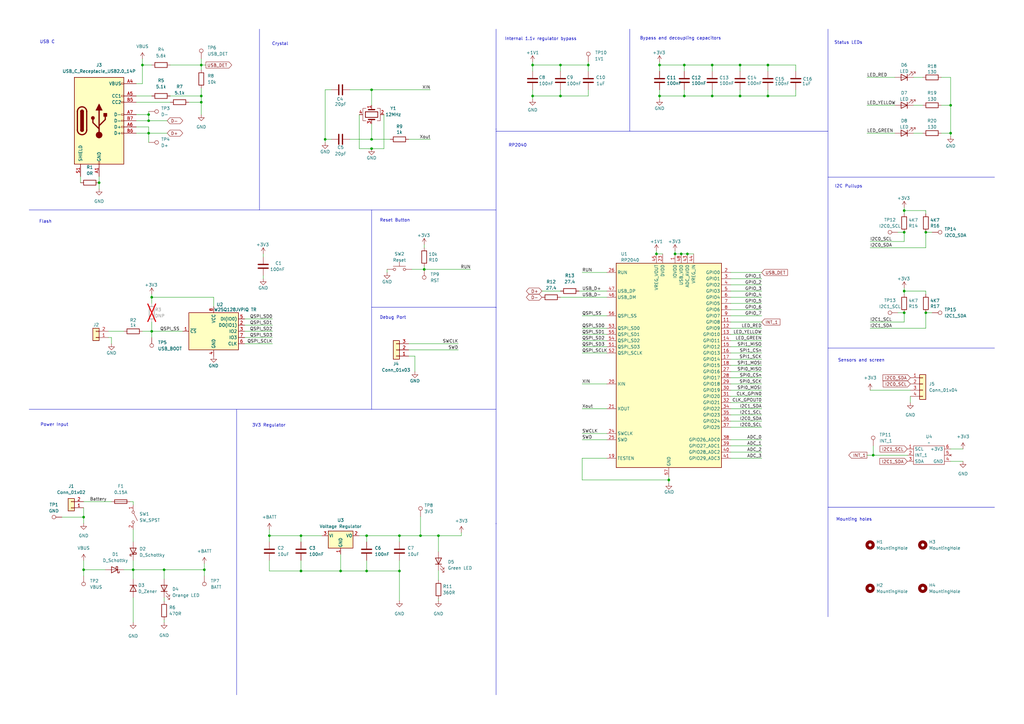
<source format=kicad_sch>
(kicad_sch (version 20231120) (generator "eeschema") (generator_version "8.0")
  (paper "A3")
  (title_block (title "Avionics Tutorial Example Board") (date "2024-04-12") (rev "B") (company "UC Aerospace") (comment 4 "Drawn by Grayson Fenemor"))
  (junction (at 172.466 219.71))
  (junction (at 83.82 233.68))
  (junction (at 270.51 39.37))
  (junction (at 60.96 46.99))
  (junction (at 274.32 196.85))
  (junction (at 379.73 128.27))
  (junction (at 241.3 26.67))
  (junction (at 40.64 74.93))
  (junction (at 110.49 219.71))
  (junction (at 123.444 219.71))
  (junction (at 54.61 233.68))
  (junction (at 218.44 26.67))
  (junction (at 229.87 39.37))
  (junction (at 123.444 234.188))
  (junction (at 34.29 212.09))
  (junction (at 379.73 95.25))
  (junction (at 370.84 86.36))
  (junction (at 133.35 57.15))
  (junction (at 314.96 39.37))
  (junction (at 58.42 26.67))
  (junction (at 314.96 26.67))
  (junction (at 292.1 39.37))
  (junction (at 218.44 39.37))
  (junction (at 370.84 95.25))
  (junction (at 270.51 26.67))
  (junction (at 292.1 26.67))
  (junction (at 163.83 234.188))
  (junction (at 152.4 57.15))
  (junction (at 280.67 26.67))
  (junction (at 163.83 219.71))
  (junction (at 62.23 135.89))
  (junction (at 82.55 39.37))
  (junction (at 62.23 121.92))
  (junction (at 60.96 49.53))
  (junction (at 34.29 233.68))
  (junction (at 280.67 39.37))
  (junction (at 152.4 36.83))
  (junction (at 303.53 39.37))
  (junction (at 303.53 26.67))
  (junction (at 179.832 219.71))
  (junction (at 152.4 60.96))
  (junction (at 389.89 54.61))
  (junction (at 389.89 43.18))
  (junction (at 82.55 41.91))
  (junction (at 139.7 234.188))
  (junction (at 370.84 119.38))
  (junction (at 173.99 110.49))
  (junction (at 269.24 104.14))
  (junction (at 150.368 219.71))
  (junction (at 82.55 26.67))
  (junction (at 281.94 104.14))
  (junction (at 279.4 104.14))
  (junction (at 60.96 54.61))
  (junction (at 370.84 128.27))
  (junction (at 358.14 186.69))
  (junction (at 150.368 234.188))
  (junction (at 229.87 26.67))
  (junction (at 67.31 233.68))
  (junction (at 276.86 104.14))
  (wire (pts (xy 238.76 157.48) (xy 248.92 157.48)))
  (polyline (pts (xy 152.4 86.106) (xy 152.4 167.894)))
  (wire (pts (xy 123.444 234.188) (xy 139.7 234.188)))
  (wire (pts (xy 139.7 234.188) (xy 150.368 234.188)))
  (polyline (pts (xy 11.938 167.894) (xy 152.4 167.894)))
  (wire (pts (xy 229.87 26.67) (xy 229.87 29.21)))
  (wire (pts (xy 299.72 182.88) (xy 312.42 182.88)))
  (wire (pts (xy 299.72 144.78) (xy 312.42 144.78)))
  (wire (pts (xy 163.83 219.71) (xy 172.466 219.71)))
  (polyline (pts (xy 203.454 52.832) (xy 203.454 53.848)))
  (wire (pts (xy 152.4 60.96) (xy 157.48 60.96)))
  (wire (pts (xy 299.72 157.48) (xy 312.42 157.48)))
  (wire (pts (xy 292.1 39.37) (xy 303.53 39.37)))
  (wire (pts (xy 379.73 128.27) (xy 379.73 134.62)))
  (wire (pts (xy 270.51 26.67) (xy 270.51 29.21)))
  (wire (pts (xy 152.4 50.8) (xy 152.4 57.15)))
  (wire (pts (xy 67.31 233.68) (xy 67.31 237.49)))
  (wire (pts (xy 368.3 128.27) (xy 370.84 128.27)))
  (wire (pts (xy 133.35 57.15) (xy 133.35 58.42)))
  (wire (pts (xy 292.1 26.67) (xy 280.67 26.67)))
  (wire (pts (xy 299.72 111.76) (xy 312.42 111.76)))
  (wire (pts (xy 269.24 104.14) (xy 271.78 104.14)))
  (wire (pts (xy 356.87 134.62) (xy 379.73 134.62)))
  (wire (pts (xy 82.55 41.91) (xy 82.55 46.99)))
  (wire (pts (xy 34.29 205.74) (xy 45.72 205.74)))
  (polyline (pts (xy 339.598 72.644) (xy 407.924 72.644)))
  (wire (pts (xy 111.76 130.81) (xy 100.33 130.81)))
  (wire (pts (xy 110.49 229.87) (xy 110.49 234.188)))
  (wire (pts (xy 123.444 219.71) (xy 132.08 219.71)))
  (wire (pts (xy 368.3 95.25) (xy 370.84 95.25)))
  (wire (pts (xy 111.76 133.35) (xy 100.33 133.35)))
  (wire (pts (xy 299.72 162.56) (xy 312.42 162.56)))
  (wire (pts (xy 270.51 25.4) (xy 270.51 26.67)))
  (wire (pts (xy 147.32 219.71) (xy 150.368 219.71)))
  (wire (pts (xy 355.6 43.18) (xy 367.03 43.18)))
  (wire (pts (xy 299.72 185.42) (xy 312.42 185.42)))
  (wire (pts (xy 163.83 222.25) (xy 163.83 219.71)))
  (wire (pts (xy 299.72 137.16) (xy 312.42 137.16)))
  (wire (pts (xy 229.87 26.67) (xy 241.3 26.67)))
  (wire (pts (xy 60.96 49.53) (xy 55.88 49.53)))
  (wire (pts (xy 58.42 34.29) (xy 55.88 34.29)))
  (wire (pts (xy 167.64 143.51) (xy 187.96 143.51)))
  (wire (pts (xy 150.368 219.71) (xy 163.83 219.71)))
  (polyline (pts (xy 203.454 11.938) (xy 203.454 53.086)))
  (wire (pts (xy 50.8 233.68) (xy 54.61 233.68)))
  (wire (pts (xy 374.65 43.18) (xy 378.46 43.18)))
  (wire (pts (xy 314.96 39.37) (xy 326.39 39.37)))
  (wire (pts (xy 299.72 165.1) (xy 312.42 165.1)))
  (wire (pts (xy 133.35 36.83) (xy 133.35 57.15)))
  (wire (pts (xy 158.75 111.76) (xy 158.75 110.49)))
  (wire (pts (xy 299.72 160.02) (xy 312.42 160.02)))
  (wire (pts (xy 54.61 233.68) (xy 67.31 233.68)))
  (polyline (pts (xy 203.454 214.63) (xy 203.454 284.988)))
  (wire (pts (xy 299.72 175.26) (xy 312.42 175.26)))
  (wire (pts (xy 168.91 110.49) (xy 173.99 110.49)))
  (wire (pts (xy 238.76 111.76) (xy 248.92 111.76)))
  (wire (pts (xy 172.466 219.71) (xy 179.832 219.71)))
  (wire (pts (xy 53.34 205.74) (xy 54.61 205.74)))
  (wire (pts (xy 34.29 208.28) (xy 34.29 212.09)))
  (wire (pts (xy 299.72 116.84) (xy 312.42 116.84)))
  (polyline (pts (xy 152.4 167.894) (xy 203.454 167.894)))
  (wire (pts (xy 394.97 189.23) (xy 389.89 189.23)))
  (wire (pts (xy 67.31 245.11) (xy 67.31 246.634)))
  (wire (pts (xy 379.73 128.27) (xy 382.27 128.27)))
  (wire (pts (xy 314.96 36.83) (xy 314.96 39.37)))
  (wire (pts (xy 299.72 142.24) (xy 312.42 142.24)))
  (wire (pts (xy 379.73 86.36) (xy 370.84 86.36)))
  (wire (pts (xy 326.39 36.83) (xy 326.39 39.37)))
  (wire (pts (xy 280.67 26.67) (xy 280.67 29.21)))
  (wire (pts (xy 355.6 31.75) (xy 367.03 31.75)))
  (wire (pts (xy 152.4 57.15) (xy 160.02 57.15)))
  (wire (pts (xy 34.29 233.68) (xy 43.18 233.68)))
  (wire (pts (xy 379.73 86.36) (xy 379.73 87.63)))
  (wire (pts (xy 276.86 104.14) (xy 279.4 104.14)))
  (wire (pts (xy 150.368 222.25) (xy 150.368 219.71)))
  (wire (pts (xy 355.6 186.69) (xy 358.14 186.69)))
  (wire (pts (xy 44.45 135.89) (xy 50.8 135.89)))
  (wire (pts (xy 55.88 46.99) (xy 60.96 46.99)))
  (wire (pts (xy 379.73 119.38) (xy 379.73 120.65)))
  (wire (pts (xy 111.76 135.89) (xy 100.33 135.89)))
  (wire (pts (xy 229.87 36.83) (xy 229.87 39.37)))
  (wire (pts (xy 358.14 182.88) (xy 358.14 186.69)))
  (wire (pts (xy 157.48 46.99) (xy 157.48 60.96)))
  (wire (pts (xy 299.72 134.62) (xy 312.42 134.62)))
  (polyline (pts (xy 258.318 11.938) (xy 258.318 53.848)))
  (wire (pts (xy 274.32 198.12) (xy 274.32 196.85)))
  (wire (pts (xy 218.44 36.83) (xy 218.44 39.37)))
  (polyline (pts (xy 339.598 53.848) (xy 203.454 53.848)))
  (wire (pts (xy 299.72 152.4) (xy 312.42 152.4)))
  (wire (pts (xy 280.67 39.37) (xy 292.1 39.37)))
  (wire (pts (xy 54.61 229.87) (xy 54.61 233.68)))
  (wire (pts (xy 229.87 39.37) (xy 241.3 39.37)))
  (wire (pts (xy 303.53 36.83) (xy 303.53 39.37)))
  (wire (pts (xy 167.64 140.97) (xy 187.96 140.97)))
  (wire (pts (xy 133.35 36.83) (xy 135.89 36.83)))
  (polyline (pts (xy 339.598 11.938) (xy 339.598 252.984)))
  (wire (pts (xy 386.08 54.61) (xy 389.89 54.61)))
  (wire (pts (xy 58.42 24.13) (xy 58.42 26.67)))
  (polyline (pts (xy 106.426 11.938) (xy 106.426 86.106)))
  (polyline (pts (xy 203.454 125.984) (xy 203.454 126.238)))
  (wire (pts (xy 87.63 125.73) (xy 87.63 121.92)))
  (wire (pts (xy 62.23 121.92) (xy 87.63 121.92)))
  (wire (pts (xy 133.35 57.15) (xy 135.89 57.15)))
  (wire (pts (xy 238.76 139.7) (xy 248.92 139.7)))
  (wire (pts (xy 356.87 160.02) (xy 373.38 160.02)))
  (wire (pts (xy 389.89 31.75) (xy 389.89 43.18)))
  (wire (pts (xy 241.3 26.67) (xy 241.3 29.21)))
  (wire (pts (xy 241.3 39.37) (xy 241.3 36.83)))
  (wire (pts (xy 173.99 110.49) (xy 193.04 110.49)))
  (wire (pts (xy 83.82 233.68) (xy 83.82 231.14)))
  (wire (pts (xy 58.42 135.89) (xy 62.23 135.89)))
  (wire (pts (xy 281.94 104.14) (xy 284.48 104.14)))
  (wire (pts (xy 218.44 26.67) (xy 218.44 29.21)))
  (wire (pts (xy 60.96 49.53) (xy 68.58 49.53)))
  (wire (pts (xy 82.55 36.195) (xy 82.55 39.37)))
  (wire (pts (xy 111.76 138.43) (xy 100.33 138.43)))
  (wire (pts (xy 238.76 167.64) (xy 248.92 167.64)))
  (wire (pts (xy 299.72 149.86) (xy 312.42 149.86)))
  (wire (pts (xy 77.47 41.91) (xy 82.55 41.91)))
  (wire (pts (xy 60.96 46.99) (xy 60.96 49.53)))
  (wire (pts (xy 280.67 36.83) (xy 280.67 39.37)))
  (wire (pts (xy 326.39 26.67) (xy 326.39 29.21)))
  (wire (pts (xy 370.84 86.36) (xy 370.84 87.63)))
  (wire (pts (xy 379.73 95.25) (xy 379.73 101.6)))
  (wire (pts (xy 370.84 85.09) (xy 370.84 86.36)))
  (wire (pts (xy 218.44 39.37) (xy 229.87 39.37)))
  (wire (pts (xy 299.72 172.72) (xy 312.42 172.72)))
  (wire (pts (xy 238.76 142.24) (xy 248.92 142.24)))
  (wire (pts (xy 241.3 25.4) (xy 241.3 26.67)))
  (wire (pts (xy 238.76 177.8) (xy 248.92 177.8)))
  (wire (pts (xy 270.51 26.67) (xy 280.67 26.67)))
  (wire (pts (xy 152.4 36.83) (xy 152.4 43.18)))
  (wire (pts (xy 238.76 187.96) (xy 248.92 187.96)))
  (wire (pts (xy 150.368 234.188) (xy 163.83 234.188)))
  (wire (pts (xy 123.444 222.25) (xy 123.444 219.71)))
  (wire (pts (xy 34.29 229.87) (xy 34.29 233.68)))
  (wire (pts (xy 152.4 36.83) (xy 176.53 36.83)))
  (wire (pts (xy 179.832 219.71) (xy 189.23 219.71)))
  (wire (pts (xy 299.72 124.46) (xy 312.42 124.46)))
  (wire (pts (xy 303.53 26.67) (xy 303.53 29.21)))
  (wire (pts (xy 237.49 119.38) (xy 248.92 119.38)))
  (wire (pts (xy 276.86 102.87) (xy 276.86 104.14)))
  (wire (pts (xy 274.32 196.85) (xy 274.32 195.58)))
  (wire (pts (xy 69.85 26.67) (xy 82.55 26.67)))
  (wire (pts (xy 147.32 46.99) (xy 147.32 60.96)))
  (wire (pts (xy 60.96 54.61) (xy 68.58 54.61)))
  (polyline (pts (xy 11.938 86.106) (xy 203.454 86.106)))
  (wire (pts (xy 60.96 45.72) (xy 60.96 46.99)))
  (wire (pts (xy 238.76 134.62) (xy 248.92 134.62)))
  (wire (pts (xy 173.99 100.33) (xy 173.99 101.6)))
  (polyline (pts (xy 339.598 142.748) (xy 407.924 142.748)))
  (wire (pts (xy 299.72 180.34) (xy 312.42 180.34)))
  (wire (pts (xy 34.29 212.09) (xy 34.29 214.63)))
  (wire (pts (xy 34.29 236.22) (xy 34.29 233.68)))
  (wire (pts (xy 229.87 121.92) (xy 248.92 121.92)))
  (wire (pts (xy 218.44 25.4) (xy 218.44 26.67)))
  (wire (pts (xy 222.25 119.38) (xy 229.87 119.38)))
  (wire (pts (xy 218.44 40.64) (xy 218.44 39.37)))
  (wire (pts (xy 33.02 72.39) (xy 33.02 74.93)))
  (wire (pts (xy 82.55 26.67) (xy 82.55 28.575)))
  (wire (pts (xy 107.95 114.3) (xy 107.95 113.03)))
  (wire (pts (xy 389.89 184.15) (xy 394.97 184.15)))
  (wire (pts (xy 54.61 233.68) (xy 54.61 237.49)))
  (wire (pts (xy 60.96 58.42) (xy 60.96 54.61)))
  (wire (pts (xy 355.6 54.61) (xy 367.03 54.61)))
  (polyline (pts (xy 152.4 125.984) (xy 203.454 125.984)))
  (wire (pts (xy 54.61 205.74) (xy 54.61 207.01)))
  (wire (pts (xy 299.72 114.3) (xy 312.42 114.3)))
  (wire (pts (xy 299.72 119.38) (xy 312.42 119.38)))
  (wire (pts (xy 269.24 102.87) (xy 269.24 104.14)))
  (wire (pts (xy 54.61 217.17) (xy 54.61 222.25)))
  (wire (pts (xy 150.368 229.87) (xy 150.368 234.188)))
  (wire (pts (xy 55.88 41.91) (xy 69.85 41.91)))
  (wire (pts (xy 107.95 104.14) (xy 107.95 105.41)))
  (wire (pts (xy 238.76 187.96) (xy 238.76 196.85)))
  (wire (pts (xy 292.1 26.67) (xy 292.1 29.21)))
  (wire (pts (xy 314.96 26.67) (xy 314.96 29.21)))
  (wire (pts (xy 373.38 165.1) (xy 373.38 162.56)))
  (wire (pts (xy 172.466 211.836) (xy 172.466 219.71)))
  (wire (pts (xy 326.39 26.67) (xy 314.96 26.67)))
  (wire (pts (xy 370.84 95.25) (xy 370.84 99.06)))
  (wire (pts (xy 179.832 219.71) (xy 179.832 226.314)))
  (wire (pts (xy 238.76 196.85) (xy 274.32 196.85)))
  (wire (pts (xy 170.18 146.05) (xy 170.18 152.4)))
  (wire (pts (xy 62.23 135.89) (xy 62.23 138.43)))
  (wire (pts (xy 139.7 227.33) (xy 139.7 234.188)))
  (wire (pts (xy 83.82 236.22) (xy 83.82 233.68)))
  (wire (pts (xy 299.72 121.92) (xy 312.42 121.92)))
  (wire (pts (xy 303.53 26.67) (xy 292.1 26.67)))
  (wire (pts (xy 58.42 26.67) (xy 62.23 26.67)))
  (wire (pts (xy 314.96 26.67) (xy 303.53 26.67)))
  (wire (pts (xy 299.72 139.7) (xy 312.42 139.7)))
  (wire (pts (xy 292.1 36.83) (xy 292.1 39.37)))
  (wire (pts (xy 374.65 54.61) (xy 378.46 54.61)))
  (wire (pts (xy 44.45 138.43) (xy 45.72 138.43)))
  (wire (pts (xy 60.96 54.61) (xy 55.88 54.61)))
  (wire (pts (xy 238.76 129.54) (xy 248.92 129.54)))
  (wire (pts (xy 389.89 31.75) (xy 386.08 31.75)))
  (wire (pts (xy 173.99 109.22) (xy 173.99 110.49)))
  (wire (pts (xy 179.832 245.618) (xy 179.832 246.38)))
  (wire (pts (xy 238.76 144.78) (xy 248.92 144.78)))
  (wire (pts (xy 299.72 127) (xy 312.42 127)))
  (polyline (pts (xy 203.454 53.848) (xy 203.454 214.884)))
  (wire (pts (xy 270.51 39.37) (xy 270.51 36.83)))
  (wire (pts (xy 179.832 233.934) (xy 179.832 237.998)))
  (wire (pts (xy 58.42 26.67) (xy 58.42 34.29)))
  (wire (pts (xy 111.76 140.97) (xy 100.33 140.97)))
  (wire (pts (xy 389.89 43.18) (xy 389.89 54.61)))
  (wire (pts (xy 62.23 120.65) (xy 62.23 121.92)))
  (wire (pts (xy 110.49 219.71) (xy 123.444 219.71)))
  (wire (pts (xy 379.73 119.38) (xy 370.84 119.38)))
  (wire (pts (xy 110.49 234.188) (xy 123.444 234.188)))
  (wire (pts (xy 40.64 74.93) (xy 40.64 72.39)))
  (wire (pts (xy 60.96 52.07) (xy 60.96 54.61)))
  (wire (pts (xy 312.42 132.08) (xy 299.72 132.08)))
  (wire (pts (xy 67.31 254.254) (xy 67.31 255.27)))
  (wire (pts (xy 143.51 36.83) (xy 152.4 36.83)))
  (wire (pts (xy 279.4 104.14) (xy 281.94 104.14)))
  (wire (pts (xy 238.76 180.34) (xy 248.92 180.34)))
  (wire (pts (xy 299.72 170.18) (xy 312.42 170.18)))
  (wire (pts (xy 69.85 39.37) (xy 82.55 39.37)))
  (wire (pts (xy 54.61 245.11) (xy 54.61 255.27)))
  (wire (pts (xy 386.08 43.18) (xy 389.89 43.18)))
  (wire (pts (xy 370.84 118.11) (xy 370.84 119.38)))
  (wire (pts (xy 82.55 24.13) (xy 82.55 26.67)))
  (wire (pts (xy 370.84 132.08) (xy 370.84 128.27)))
  (wire (pts (xy 299.72 167.64) (xy 312.42 167.64)))
  (wire (pts (xy 163.83 229.87) (xy 163.83 234.188)))
  (wire (pts (xy 270.51 40.64) (xy 270.51 39.37)))
  (wire (pts (xy 147.32 60.96) (xy 152.4 60.96)))
  (wire (pts (xy 170.18 146.05) (xy 167.64 146.05)))
  (polyline (pts (xy 339.598 208.026) (xy 407.924 208.026)))
  (wire (pts (xy 189.23 219.71) (xy 189.23 218.44)))
  (wire (pts (xy 82.55 39.37) (xy 82.55 41.91)))
  (wire (pts (xy 110.49 217.17) (xy 110.49 219.71)))
  (wire (pts (xy 299.72 154.94) (xy 312.42 154.94)))
  (wire (pts (xy 62.23 121.92) (xy 62.23 124.46)))
  (wire (pts (xy 229.87 26.67) (xy 218.44 26.67)))
  (wire (pts (xy 370.84 132.08) (xy 356.87 132.08)))
  (wire (pts (xy 379.73 95.25) (xy 382.27 95.25)))
  (wire (pts (xy 62.23 132.08) (xy 62.23 135.89)))
  (wire (pts (xy 62.23 135.89) (xy 74.93 135.89)))
  (wire (pts (xy 303.53 39.37) (xy 314.96 39.37)))
  (wire (pts (xy 299.72 129.54) (xy 312.42 129.54)))
  (wire (pts (xy 374.65 31.75) (xy 378.46 31.75)))
  (wire (pts (xy 25.4 212.09) (xy 34.29 212.09)))
  (wire (pts (xy 167.64 57.15) (xy 176.53 57.15)))
  (wire (pts (xy 110.49 219.71) (xy 110.49 222.25)))
  (wire (pts (xy 358.14 186.69) (xy 372.11 186.69)))
  (wire (pts (xy 163.83 234.188) (xy 163.83 246.38)))
  (wire (pts (xy 389.89 55.88) (xy 389.89 54.61)))
  (wire (pts (xy 82.55 26.67) (xy 84.455 26.67)))
  (polyline (pts (xy 97.028 167.894) (xy 97.028 284.988)))
  (wire (pts (xy 370.84 99.06) (xy 356.87 99.06)))
  (wire (pts (xy 299.72 187.96) (xy 312.42 187.96)))
  (wire (pts (xy 67.31 233.68) (xy 83.82 233.68)))
  (wire (pts (xy 40.64 77.47) (xy 40.64 74.93)))
  (wire (pts (xy 356.87 101.6) (xy 379.73 101.6)))
  (wire (pts (xy 143.51 57.15) (xy 152.4 57.15)))
  (wire (pts (xy 238.76 137.16) (xy 248.92 137.16)))
  (wire (pts (xy 299.72 147.32) (xy 312.42 147.32)))
  (wire (pts (xy 55.88 52.07) (xy 60.96 52.07)))
  (wire (pts (xy 55.88 39.37) (xy 62.23 39.37)))
  (wire (pts (xy 45.72 138.43) (xy 45.72 140.97)))
  (wire (pts (xy 123.444 229.87) (xy 123.444 234.188)))
  (wire (pts (xy 370.84 119.38) (xy 370.84 120.65)))
  (wire (pts (xy 270.51 39.37) (xy 280.67 39.37)))
  (text "Sensors and screen" (at 343.662 148.59 0) (effects (font (size 1.27 1.27)) (justify left bottom)))
  (text "Debug Port" (at 155.702 131.064 0) (effects (font (size 1.27 1.27)) (justify left bottom)))
  (text "Mounting holes" (at 342.9 213.868 0) (effects (font (size 1.27 1.27)) (justify left bottom)))
  (text "Power Input" (at 16.51 175.006 0) (effects (font (size 1.27 1.27)) (justify left bottom)))
  (text "Crystal" (at 111.506 18.796 0) (effects (font (size 1.27 1.27)) (justify left bottom)))
  (text "I2C Pullups" (at 342.392 77.216 0) (effects (font (size 1.27 1.27)) (justify left bottom)))
  (text "Internal 1.1v regulator bypass" (at 207.01 16.764 0) (effects (font (size 1.27 1.27)) (justify left bottom)))
  (text "RP2040" (at 208.534 60.452 0) (effects (font (size 1.27 1.27)) (justify left bottom)))
  (text "3V3 Regulator" (at 103.378 175.26 0) (effects (font (size 1.27 1.27)) (justify left bottom)))
  (text "Flash" (at 16.002 91.694 0) (effects (font (size 1.27 1.27)) (justify left bottom)))
  (text "USB C" (at 16.256 18.034 0) (effects (font (size 1.27 1.27)) (justify left bottom)))
  (text "Status LEDs" (at 342.138 18.288 0) (effects (font (size 1.27 1.27)) (justify left bottom)))
  (text "Reset Button" (at 155.702 91.186 0) (effects (font (size 1.27 1.27)) (justify left bottom)))
  (text "Bypass and decoupling capacitors" (at 262.382 16.51 0) (effects (font (size 1.27 1.27)) (justify left bottom)))
  (label "ADC_2" (at 312.42 185.42 180))
  (label "SPI1_CSn" (at 312.42 144.78 180))
  (label "QSPI_SD0" (at 111.76 130.81 180))
  (label "GPIO_5" (at 312.42 124.46 180))
  (label "SWD" (at 238.76 180.34 0))
  (label "LED_RED" (at 312.42 134.62 180))
  (label "ADC_1" (at 312.42 182.88 180))
  (label "RUN" (at 238.76 111.76 0))
  (label "SWCLK" (at 187.96 140.97 180))
  (label "QSPI_SD3" (at 111.76 138.43 180))
  (label "QSPI_SD2" (at 238.76 139.7 0))
  (label "LED_YELLOW" (at 355.6 43.18 0))
  (label "GPIO_4" (at 312.42 121.92 180))
  (label "Battery" (at 36.83 205.74 0))
  (label "USB_D+" (at 238.76 119.38 0))
  (label "QSPI_SS" (at 238.76 129.54 0))
  (label "I2C0_SDA" (at 356.87 101.6 0))
  (label "GPIO_1" (at 312.42 114.3 180))
  (label "SWD" (at 187.96 143.51 180))
  (label "ADC_3" (at 312.42 187.96 180))
  (label "I2C1_SCL" (at 356.87 132.08 0))
  (label "I2C1_SCL" (at 312.42 170.18 180))
  (label "QSPI_SCLK" (at 111.76 140.97 180))
  (label "GPIO_7" (at 312.42 129.54 180))
  (label "QSPI_SCLK" (at 238.76 144.78 0))
  (label "LED_YELLOW" (at 312.42 137.16 180))
  (label "QSPI_SD1" (at 111.76 133.35 180))
  (label "I2C1_SDA" (at 312.42 167.64 180))
  (label "SWCLK" (at 238.76 177.8 0))
  (label "Xout" (at 238.76 167.64 0))
  (label "LED_GREEN" (at 355.6 54.61 0))
  (label "QSPI_SD2" (at 111.76 135.89 180))
  (label "I2C0_SCL" (at 356.87 99.06 0))
  (label "XIN" (at 238.76 157.48 0))
  (label "XIN" (at 176.53 36.83 180))
  (label "SPI1_SCK" (at 312.42 147.32 180))
  (label "SPI0_SCK" (at 312.42 157.48 180))
  (label "QSPI_SD1" (at 238.76 137.16 0))
  (label "I2C0_SDA" (at 312.42 172.72 180))
  (label "GPIO_3" (at 312.42 119.38 180))
  (label "I2C0_SCL" (at 312.42 175.26 180))
  (label "Xout" (at 176.53 57.15 180))
  (label "SPI0_MOSI" (at 312.42 160.02 180))
  (label "USB_D-" (at 238.76 121.92 0))
  (label "LED_RED" (at 355.6 31.75 0))
  (label "QSPI_SD0" (at 238.76 134.62 0))
  (label "SPI1_MISO" (at 312.42 142.24 180))
  (label "GPIO_2" (at 312.42 116.84 180))
  (label "SPI0_CSn" (at 312.42 154.94 180))
  (label "CLK_GPOUT0" (at 312.42 165.1 180))
  (label "CLK_GPIN0" (at 312.42 162.56 180))
  (label "SPI1_MOSI" (at 312.42 149.86 180))
  (label "I2C1_SDA" (at 356.87 134.62 0))
  (label "QSPI_SS" (at 73.66 135.89 180))
  (label "LED_GREEN" (at 312.42 139.7 180))
  (label "RUN" (at 193.04 110.49 180))
  (label "ADC_0" (at 312.42 180.34 180))
  (label "QSPI_SD3" (at 238.76 142.24 0))
  (label "SPI0_MISO" (at 312.42 152.4 180))
  (label "GPIO_6" (at 312.42 127 180))
  (global_label "USB_DET" (shape output) (at 84.455 26.67 0) (property "Intersheetrefs" "${INTERSHEET_REFS}" (effects (hide yes))))
  (global_label "D-" (shape bidirectional) (at 222.25 121.92 180) (property "Intersheetrefs" "${INTERSHEET_REFS}" (effects (hide yes))))
  (global_label "D-" (shape bidirectional) (at 68.58 49.53 0) (property "Intersheetrefs" "${INTERSHEET_REFS}" (effects (hide yes))))
  (global_label "I2C1_SCL" (shape input) (at 372.11 184.15 180) (property "Intersheetrefs" "${INTERSHEET_REFS}" (effects (hide yes))))
  (global_label "USB_DET" (shape input) (at 312.42 111.76 0) (property "Intersheetrefs" "${INTERSHEET_REFS}" (effects (hide yes))))
  (global_label "D+" (shape bidirectional) (at 68.58 54.61 0) (property "Intersheetrefs" "${INTERSHEET_REFS}" (effects (hide yes))))
  (global_label "INT_1" (shape input) (at 312.42 132.08 0) (property "Intersheetrefs" "${INTERSHEET_REFS}" (effects (hide yes))))
  (global_label "I2C0_SDA" (shape input) (at 373.38 154.94 180) (property "Intersheetrefs" "${INTERSHEET_REFS}" (effects (hide yes))))
  (global_label "INT_1" (shape output) (at 355.6 186.69 180) (property "Intersheetrefs" "${INTERSHEET_REFS}" (effects (hide yes))))
  (global_label "I2C1_SDA" (shape input) (at 372.11 189.23 180) (property "Intersheetrefs" "${INTERSHEET_REFS}" (effects (hide yes))))
  (global_label "D+" (shape bidirectional) (at 222.25 119.38 180) (property "Intersheetrefs" "${INTERSHEET_REFS}" (effects (hide yes))))
  (global_label "I2C0_SCL" (shape input) (at 373.38 157.48 180) (property "Intersheetrefs" "${INTERSHEET_REFS}" (effects (hide yes))))
  (symbol (lib_id "Device:LED") (at 370.84 54.61 180) (unit 1)
    (property "Reference" "D8" (at 370.84 49.53 0))
    (property "Value" "LED" (at 370.84 52.07 0))
    (property "Footprint" "LED_SMD:LED_0402_1005Metric_Pad0.77x0.64mm_HandSolder" (effects (hide yes)))
    (property "Datasheet" "https://www.we-online.com/components/products/datasheet/150040VS73240.pdf" (effects (hide yes)))
    (property "MPN" "150040VS73240" (effects (hide yes)))
  )
  (symbol (lib_id "power:GND") (at 163.83 246.38 0) (mirror y) (unit 1)
    (property "Reference" "#PWR018" (effects (hide yes)))
    (property "Value" "GND" (at 163.83 251.714 0))
  )
  (symbol (lib_id "power:GND") (at 179.832 246.38 0) (mirror y) (unit 1)
    (property "Reference" "#PWR021" (effects (hide yes)))
    (property "Value" "GND" (at 179.832 251.714 0))
  )
  (symbol (lib_id "Mechanical:MountingHole") (at 356.87 223.52 0) (unit 1)
    (property "Reference" "H1" (at 359.41 222.2499 0) (effects (justify left)))
    (property "Value" "MountingHole" (at 359.41 224.7899 0) (effects (justify left)))
    (property "Footprint" "MountingHole:MountingHole_3.2mm_M3" (effects (hide yes)))
    (property "Description" "Mounting Hole without connection" (effects (hide yes)))
  )
  (symbol (lib_id "Device:R") (at 36.83 74.93 90) (unit 1)
    (property "Reference" "R1" (at 36.83 68.58 90))
    (property "Value" "0R" (at 36.83 71.12 90))
    (property "Footprint" "Resistor_SMD:R_0805_2012Metric_Pad1.20x1.40mm_HandSolder" (effects (hide yes)))
    (property "Description" "Resistor" (effects (hide yes)))
  )
  (symbol (lib_id "power:+BATT") (at 110.49 217.17 0) (unit 1)
    (property "Reference" "#PWR014" (effects (hide yes)))
    (property "Value" "+BATT" (at 110.49 212.09 0))
    (property "Description" "Power symbol creates a global label with name \"+BATT\"" (effects (hide yes)))
  )
  (symbol (lib_id "Device:R") (at 54.61 135.89 90) (unit 1)
    (property "Reference" "R2" (at 54.61 131.318 90))
    (property "Value" "1k" (at 54.61 133.35 90))
    (property "Footprint" "Resistor_SMD:R_0805_2012Metric_Pad1.20x1.40mm_HandSolder" (effects (hide yes)))
    (property "Datasheet" "https://www.seielect.com/Catalog/SEI-RMCF_RMCP.pdf" (effects (hide yes)))
    (property "MPN" "RMCF0603FT1K00" (effects (hide yes)))
  )
  (symbol (lib_id "Power_Symbols:+3V3_A") (at 276.86 102.87 0) (unit 1)
    (property "Reference" "#PWR029" (effects (hide yes)))
    (property "Value" "+3V3" (at 276.606 99.06 0))
  )
  (symbol (lib_id "Connector_Generic:Conn_01x03") (at 162.56 143.51 180) (unit 1)
    (property "Reference" "J4" (at 162.433 149.225 0))
    (property "Value" "Conn_01x03" (at 162.433 151.765 0))
    (property "Footprint" "Connector_PinSocket_2.54mm:PinSocket_1x03_P2.54mm_Vertical" (effects (hide yes)))
  )
  (symbol (lib_id "Connector:TestPoint") (at 34.29 236.22 180) (unit 1)
    (property "Reference" "TP2" (at 36.83 238.2519 0) (effects (justify right)))
    (property "Value" "VBUS" (at 36.83 240.7919 0) (effects (justify right)))
    (property "Footprint" "TestPoint:TestPoint_Pad_1.0x1.0mm" (effects (hide yes)))
    (property "Datasheet" "https://cdn.harwin.com/pdfs/Harwin_PC_PCB_Hardware.pdf" (effects (hide yes)))
    (property "MPN" "S1751-46R" (effects (hide yes)))
  )
  (symbol (lib_id "Device:LED") (at 370.84 43.18 180) (unit 1)
    (property "Reference" "D7" (at 370.84 38.1 0))
    (property "Value" "LED" (at 370.84 40.64 0))
    (property "Footprint" "LED_SMD:LED_0402_1005Metric_Pad0.77x0.64mm_HandSolder" (effects (hide yes)))
    (property "Datasheet" "https://www.we-online.com/components/products/datasheet/150040YS73240.pdf" (effects (hide yes)))
    (property "MPN" "150040YS73240" (effects (hide yes)))
  )
  (symbol (lib_id "Power_Symbols:+3V3_A") (at 62.23 120.65 0) (unit 1)
    (property "Reference" "#PWR07" (effects (hide yes)))
    (property "Value" "+3V3" (at 61.976 116.84 0))
  )
  (symbol (lib_id "Connector:TestPoint") (at 358.14 182.88 0) (unit 1)
    (property "Reference" "TP11" (at 360.68 178.3079 0) (effects (justify left)))
    (property "Value" "INT_1" (at 360.68 180.8479 0) (effects (justify left)))
    (property "Footprint" "TestPoint:TestPoint_Pad_1.0x1.0mm" (effects (hide yes)))
    (property "Datasheet" "https://cdn.harwin.com/pdfs/Harwin_PC_PCB_Hardware.pdf" (effects (hide yes)))
    (property "MPN" "S1751-46R" (effects (hide yes)))
  )
  (symbol (lib_id "Device:C") (at 107.95 109.22 180) (unit 1)
    (property "Reference" "C1" (at 115.57 107.95 0) (effects (justify left)))
    (property "Value" "100nF" (at 116.84 110.49 0) (effects (justify left)))
    (property "Footprint" "Capacitor_SMD:C_0805_2012Metric_Pad1.18x1.45mm_HandSolder" (effects (hide yes)))
    (property "Datasheet" "https://media.digikey.com/pdf/Data%20Sheets/Samsung%20PDFs/CL10B104KB8NNWC_Spec.pdf" (effects (hide yes)))
    (property "MPN" "CL10B104KB8NNWC" (effects (hide yes)))
  )
  (symbol (lib_id "Connector_Generic:Conn_01x02") (at 39.37 138.43 180) (unit 1)
    (property "Reference" "J2" (at 39.4208 133.1976 0))
    (property "Value" "Conn_01x02" (effects (hide yes)))
    (property "Footprint" "Connector_PinSocket_2.54mm:PinSocket_1x02_P2.54mm_Vertical" (effects (hide yes)))
  )
  (symbol (lib_id "Device:R") (at 382.27 31.75 90) (unit 1)
    (property "Reference" "R18" (at 382.27 27.178 90))
    (property "Value" "130" (at 382.27 29.464 90))
    (property "Footprint" "Resistor_SMD:R_0805_2012Metric_Pad1.20x1.40mm_HandSolder" (effects (hide yes)))
    (property "Datasheet" "https://www.yageo.com/upload/media/product/productsearch/datasheet/rchip/PYu-RC_Group_51_RoHS_L_12.pdf" (effects (hide yes)))
    (property "MPN" "RC0603FR-07130RL" (effects (hide yes)))
  )
  (symbol (lib_id "Mechanical:MountingHole") (at 378.46 223.52 0) (unit 1)
    (property "Reference" "H3" (at 381 222.2499 0) (effects (justify left)))
    (property "Value" "MountingHole" (at 381 224.7899 0) (effects (justify left)))
    (property "Footprint" "MountingHole:MountingHole_3.2mm_M3" (effects (hide yes)))
    (property "Description" "Mounting Hole without connection" (effects (hide yes)))
  )
  (symbol (lib_name "GND_1") (lib_id "power:GND") (at 152.4 60.96 0) (unit 1)
    (property "Reference" "#PWR016" (effects (hide yes)))
    (property "Value" "GND" (at 152.4 64.77 0))
  )
  (symbol (lib_id "Connector:TestPoint") (at 83.82 236.22 180) (unit 1)
    (property "Reference" "TP7" (at 86.36 238.2519 0) (effects (justify right)))
    (property "Value" "BATT" (at 86.36 240.7919 0) (effects (justify right)))
    (property "Footprint" "TestPoint:TestPoint_Pad_1.0x1.0mm" (effects (hide yes)))
    (property "Datasheet" "https://cdn.harwin.com/pdfs/Harwin_PC_PCB_Hardware.pdf" (effects (hide yes)))
    (property "MPN" "S1751-46R" (effects (hide yes)))
  )
  (symbol (lib_id "Device:R") (at 370.84 91.44 0) (mirror x) (unit 1)
    (property "Reference" "R14" (at 372.618 92.6084 0) (effects (justify left)))
    (property "Value" "4K7" (at 372.618 90.297 0) (effects (justify left)))
    (property "Footprint" "Resistor_SMD:R_0805_2012Metric_Pad1.20x1.40mm_HandSolder" (effects (hide yes)))
    (property "Datasheet" "https://www.seielect.com/Catalog/SEI-RMCF_RMCP.pdf" (effects (hide yes)))
    (property "MPN" "RC0603FR-074K7L" (effects (hide yes)))
  )
  (symbol (lib_id "power:+1V1") (at 218.44 25.4 0) (unit 1)
    (property "Reference" "#PWR023" (effects (hide yes)))
    (property "Value" "+1V1" (at 218.44 21.59 0))
  )
  (symbol (lib_id "Device:LED") (at 179.832 230.124 90) (unit 1)
    (property "Reference" "D5" (at 183.642 230.4414 90) (effects (justify right)))
    (property "Value" "Green LED" (at 183.642 232.9814 90) (effects (justify right)))
    (property "Footprint" "LED_SMD:LED_0603_1608Metric" (effects (hide yes)))
    (property "Datasheet" "https://media.digikey.com/pdf/Data%20Sheets/Harvatek%20PDFs/B1931NG--20D001114U1930.pdf" (effects (hide yes)))
    (property "MPN" "B1931NG--20D001114U1930" (effects (hide yes)))
  )
  (symbol (lib_id "power:VBUS") (at 58.42 24.13 0) (unit 1)
    (property "Reference" "#PWR06" (effects (hide yes)))
    (property "Value" "VBUS" (at 58.42 19.05 0))
    (property "Description" "Power symbol creates a global label with name \"VBUS\"" (effects (hide yes)))
  )
  (symbol (lib_id "power:GND") (at 274.32 198.12 0) (unit 1)
    (property "Reference" "#PWR028" (effects (hide yes)))
    (property "Value" "GND" (at 274.447 201.803 0))
  )
  (symbol (lib_id "Device:LED") (at 67.31 241.3 90) (unit 1)
    (property "Reference" "D4" (at 70.612 241.6174 90) (effects (justify right)))
    (property "Value" "Orange LED" (at 70.612 244.1574 90) (effects (justify right)))
    (property "Footprint" "LED_SMD:LED_0603_1608Metric" (effects (hide yes)))
    (property "Datasheet" "https://media.digikey.com/pdf/Data%20Sheets/Harvatek%20PDFs/B1911UD--20D001014U1930.pdf" (effects (hide yes)))
    (property "MPN" "B1911UD--20D001014U1930" (effects (hide yes)))
  )
  (symbol (lib_id "Device:R") (at 382.27 43.18 90) (unit 1)
    (property "Reference" "R19" (at 382.27 38.1 90))
    (property "Value" "130" (at 382.27 40.64 90))
    (property "Footprint" "Resistor_SMD:R_0805_2012Metric_Pad1.20x1.40mm_HandSolder" (effects (hide yes)))
    (property "Datasheet" "https://www.yageo.com/upload/media/product/productsearch/datasheet/rchip/PYu-RC_Group_51_RoHS_L_12.pdf" (effects (hide yes)))
    (property "MPN" "RC0603FR-07130RL" (effects (hide yes)))
  )
  (symbol (lib_id "power:+1V1") (at 269.24 102.87 0) (unit 1)
    (property "Reference" "#PWR025" (effects (hide yes)))
    (property "Value" "+1V1" (at 269.24 99.06 0))
  )
  (symbol (lib_id "Device:R") (at 379.73 91.44 0) (mirror x) (unit 1)
    (property "Reference" "R16" (at 381.508 92.6084 0) (effects (justify left)))
    (property "Value" "4K7" (at 381.508 90.297 0) (effects (justify left)))
    (property "Footprint" "Resistor_SMD:R_0805_2012Metric_Pad1.20x1.40mm_HandSolder" (effects (hide yes)))
    (property "Datasheet" "https://www.seielect.com/Catalog/SEI-RMCF_RMCP.pdf" (effects (hide yes)))
    (property "MPN" "RC0603FR-074K7L" (effects (hide yes)))
  )
  (symbol (lib_id "Mechanical:MountingHole") (at 378.46 241.3 0) (unit 1)
    (property "Reference" "H4" (at 381 240.0299 0) (effects (justify left)))
    (property "Value" "MountingHole" (at 381 242.5699 0) (effects (justify left)))
    (property "Footprint" "MountingHole:MountingHole_3.2mm_M3" (effects (hide yes)))
    (property "Description" "Mounting Hole without connection" (effects (hide yes)))
  )
  (symbol (lib_id "Mechanical:MountingHole") (at 356.87 241.3 0) (unit 1)
    (property "Reference" "H2" (at 359.41 240.0299 0) (effects (justify left)))
    (property "Value" "MountingHole" (at 359.41 242.5699 0) (effects (justify left)))
    (property "Footprint" "MountingHole:MountingHole_3.2mm_M3" (effects (hide yes)))
    (property "Description" "Mounting Hole without connection" (effects (hide yes)))
  )
  (symbol (lib_id "Device:R") (at 67.31 250.444 0) (unit 1)
    (property "Reference" "R6" (at 69.342 249.1739 0) (effects (justify left)))
    (property "Value" "470R" (at 69.342 251.7139 0) (effects (justify left)))
    (property "Footprint" "Resistor_SMD:R_0805_2012Metric_Pad1.20x1.40mm_HandSolder" (effects (hide yes)))
    (property "Datasheet" "https://www.yageo.com/upload/media/product/productsearch/datasheet/rchip/PYu-RC_Group_51_RoHS_L_12.pdf" (effects (hide yes)))
    (property "MPN" "RC0805JR-07360RL" (effects (hide yes)))
  )
  (symbol (lib_id "power:+BATT") (at 83.82 231.14 0) (unit 1)
    (property "Reference" "#PWR010" (effects (hide yes)))
    (property "Value" "+BATT" (at 83.82 226.06 0))
    (property "Description" "Power symbol creates a global label with name \"+BATT\"" (effects (hide yes)))
  )
  (symbol (lib_id "Device:R") (at 163.83 57.15 270) (unit 1)
    (property "Reference" "R9" (at 163.83 51.8922 90))
    (property "Value" "1k" (at 163.83 54.2036 90))
    (property "Footprint" "Resistor_SMD:R_0805_2012Metric_Pad1.20x1.40mm_HandSolder" (effects (hide yes)))
    (property "Datasheet" "https://www.seielect.com/Catalog/SEI-RMCF_RMCP.pdf" (effects (hide yes)))
    (property "MPN" "RMCF0603FT1K00" (effects (hide yes)))
  )
  (symbol (lib_id "Device:R") (at 233.68 119.38 90) (unit 1)
    (property "Reference" "R13" (at 233.68 113.03 90))
    (property "Value" "27.4" (at 233.68 115.57 90))
    (property "Footprint" "Resistor_SMD:R_0805_2012Metric_Pad1.20x1.40mm_HandSolder" (effects (hide yes)))
  )
  (symbol (lib_id "Device:R") (at 370.84 124.46 0) (mirror x) (unit 1)
    (property "Reference" "R15" (at 372.618 125.6284 0) (effects (justify left)))
    (property "Value" "4K7" (at 372.618 123.317 0) (effects (justify left)))
    (property "Footprint" "Resistor_SMD:R_0805_2012Metric_Pad1.20x1.40mm_HandSolder" (effects (hide yes)))
    (property "Datasheet" "https://www.seielect.com/Catalog/SEI-RMCF_RMCP.pdf" (effects (hide yes)))
    (property "MPN" "RC0603FR-074K7L" (effects (hide yes)))
  )
  (symbol (lib_id "Device:C") (at 139.7 57.15 270) (unit 1)
    (property "Reference" "C5" (at 139.7 60.452 90))
    (property "Value" "20pF" (at 139.7254 63.0682 90))
    (property "Footprint" "Capacitor_SMD:C_0805_2012Metric_Pad1.18x1.45mm_HandSolder" (effects (hide yes)))
    (property "Datasheet" "http://www.passivecomponent.com/wp-content/uploads/datasheet/WTC_MLCC_General_Purpose.pdf" (effects (hide yes)))
    (property "MPN" "0603N270J500CT" (effects (hide yes)))
  )
  (symbol (lib_id "Device:C") (at 270.51 33.02 0) (unit 1)
    (property "Reference" "C11" (at 273.431 31.8516 0) (effects (justify left)))
    (property "Value" "100nF" (at 273.431 34.163 0) (effects (justify left)))
    (property "Footprint" "Capacitor_SMD:C_0805_2012Metric_Pad1.18x1.45mm_HandSolder" (effects (hide yes)))
    (property "Datasheet" "https://media.digikey.com/pdf/Data%20Sheets/Samsung%20PDFs/CL10B104KB8NNWC_Spec.pdf" (effects (hide yes)))
    (property "MPN" "CL10B104KB8NNWC" (effects (hide yes)))
  )
  (symbol (lib_id "Connector:TestPoint") (at 241.3 25.4 0) (unit 1)
    (property "Reference" "TP10" (at 248.92 21.59 0) (effects (justify right)))
    (property "Value" "1V1" (at 247.65 24.13 0) (effects (justify right)))
    (property "Footprint" "TestPoint:TestPoint_Pad_1.0x1.0mm" (effects (hide yes)))
    (property "Datasheet" "https://cdn.harwin.com/pdfs/Harwin_PC_PCB_Hardware.pdf" (effects (hide yes)))
    (property "MPN" "S1751-46R" (effects (hide yes)))
  )
  (symbol (lib_id "power:GND") (at 40.64 77.47 0) (unit 1)
    (property "Reference" "#PWR03" (effects (hide yes)))
    (property "Value" "GND" (at 40.64 82.55 0))
  )
  (symbol (lib_id "Power_Symbols:+3V3_A") (at 370.84 118.11 0) (unit 1)
    (property "Reference" "#PWR032" (effects (hide yes)))
    (property "Value" "+3V3" (at 370.586 114.3 0))
  )
  (symbol (lib_id "Connector:TestPoint") (at 62.23 138.43 180) (unit 1)
    (property "Reference" "TP5" (at 64.77 140.4619 0) (effects (justify right)))
    (property "Value" "USB_BOOT" (at 64.77 143.0019 0) (effects (justify right)))
    (property "Footprint" "TestPoint:TestPoint_Pad_1.0x1.0mm" (effects (hide yes)))
    (property "Datasheet" "https://cdn.harwin.com/pdfs/Harwin_PC_PCB_Hardware.pdf" (effects (hide yes)))
    (property "MPN" "S1751-46R" (effects (hide yes)))
  )
  (symbol (lib_id "Switch:SW_Push") (at 163.83 110.49 0) (unit 1)
    (property "Reference" "SW2" (at 163.83 104.14 0))
    (property "Value" "Reset" (at 163.83 106.68 0))
    (property "Footprint" "Button_Switch_SMD:SW_SPST_PTS645" (effects (hide yes)))
    (property "Datasheet" "https://www.ckswitches.com/media/1471/pts645.pdf" (effects (hide yes)))
    (property "MPN" "PTS645SM43SMTR92 LFS" (effects (hide yes)))
  )
  (symbol (lib_id "power:GND") (at 54.61 255.27 0) (unit 1)
    (property "Reference" "#PWR05" (effects (hide yes)))
    (property "Value" "GND" (at 54.61 260.858 0))
  )
  (symbol (lib_id "Connector:TestPoint") (at 368.3 128.27 90) (unit 1)
    (property "Reference" "TP13" (at 364.998 123.19 90))
    (property "Value" "I2C1_SCL" (at 364.998 125.73 90))
    (property "Footprint" "TestPoint:TestPoint_Pad_1.0x1.0mm" (effects (hide yes)))
    (property "Datasheet" "https://cdn.harwin.com/pdfs/Harwin_PC_PCB_Hardware.pdf" (effects (hide yes)))
    (property "MPN" "S1751-46R" (effects (hide yes)))
  )
  (symbol (lib_id "Connector_Generic:Conn_01x04") (at 378.46 157.48 0) (unit 1)
    (property "Reference" "J5" (at 381 157.4799 0) (effects (justify left)))
    (property "Value" "Conn_01x04" (at 381 160.0199 0) (effects (justify left)))
    (property "Footprint" "Connector_PinHeader_2.54mm:PinHeader_1x04_P2.54mm_Vertical" (effects (hide yes)))
    (property "Description" "Generic connector, single row, 01x04, script generated (kicad-library-utils/schlib/autogen/connector/)" (effects (hide yes)))
  )
  (symbol (lib_id "Connector:TestPoint") (at 82.55 24.13 0) (unit 1)
    (property "Reference" "TP6" (at 85.09 19.5579 0) (effects (justify left)))
    (property "Value" "USB_DET" (at 85.09 22.0979 0) (effects (justify left)))
    (property "Footprint" "TestPoint:TestPoint_Pad_1.0x1.0mm" (effects (hide yes)))
    (property "Datasheet" "https://cdn.harwin.com/pdfs/Harwin_PC_PCB_Hardware.pdf" (effects (hide yes)))
    (property "MPN" "S1751-46R" (effects (hide yes)))
  )
  (symbol (lib_id "Device:C") (at 150.368 226.06 0) (unit 1)
    (property "Reference" "C6" (at 153.67 224.7899 0) (effects (justify left)))
    (property "Value" "100nF" (at 153.67 227.3299 0) (effects (justify left)))
    (property "Footprint" "Capacitor_SMD:C_0805_2012Metric_Pad1.18x1.45mm_HandSolder" (effects (hide yes)))
    (property "Datasheet" "https://media.digikey.com/pdf/Data%20Sheets/Samsung%20PDFs/CL21B104KBCNNN_Spec.pdf" (effects (hide yes)))
    (property "MPN" "CL21B104KBCNNNC" (effects (hide yes)))
  )
  (symbol (lib_id "Device:R") (at 66.04 26.67 90) (unit 1)
    (property "Reference" "R4" (at 66.04 20.32 90))
    (property "Value" "5.6k" (at 66.04 22.86 90))
    (property "Footprint" "Resistor_SMD:R_0805_2012Metric_Pad1.20x1.40mm_HandSolder" (effects (hide yes)))
  )
  (symbol (lib_id "Device:D_Schottky") (at 54.61 226.06 90) (unit 1)
    (property "Reference" "D2" (at 57.15 225.1074 90) (effects (justify right)))
    (property "Value" "D_Schottky" (at 57.15 227.6474 90) (effects (justify right)))
    (property "Footprint" "Diode_SMD:D_SMA" (effects (hide yes)))
    (property "Datasheet" "https://goodarksemi.com/docs/datasheets/schottky_rectifiers/SK32A-SK36A.pdf" (effects (hide yes)))
    (property "MPN" "4786-SK34ACT-ND" (effects (hide yes)))
  )
  (symbol (lib_id "Device:D_Zener") (at 54.61 241.3 270) (unit 1)
    (property "Reference" "D3" (at 56.642 240.0299 90) (effects (justify left)))
    (property "Value" "D_Zener" (at 56.642 242.5699 90) (effects (justify left)))
    (property "Footprint" "Diode_SMD:D_SOD-123" (effects (hide yes)))
    (property "Datasheet" "https://www.mccsemi.com/pdf/Products/BZT52C2V4~BZT52C75(500mW)(SOD-123).pdf" (effects (hide yes)))
    (property "MPN" "BZT52C12-TP" (effects (hide yes)))
  )
  (symbol (lib_id "Connector:TestPoint") (at 173.99 110.49 180) (unit 1)
    (property "Reference" "TP9" (at 176.53 112.5219 0) (effects (justify right)))
    (property "Value" "RST" (at 176.53 115.0619 0) (effects (justify right)))
    (property "Footprint" "TestPoint:TestPoint_Pad_1.0x1.0mm" (effects (hide yes)))
    (property "Datasheet" "https://cdn.harwin.com/pdfs/Harwin_PC_PCB_Hardware.pdf" (effects (hide yes)))
    (property "MPN" "S1751-46R" (effects (hide yes)))
  )
  (symbol (lib_id "power:+3V3") (at 394.97 184.15 0) (unit 1)
    (property "Reference" "#PWR035" (effects (hide yes)))
    (property "Value" "+3V3" (at 394.97 179.07 0))
    (property "Description" "Power symbol creates a global label with name \"+3V3\"" (effects (hide yes)))
  )
  (symbol (lib_id "Device:C") (at 110.49 226.06 0) (unit 1)
    (property "Reference" "C2" (at 113.792 224.7899 0) (effects (justify left)))
    (property "Value" "10uF" (at 113.792 227.3299 0) (effects (justify left)))
    (property "Footprint" "Capacitor_SMD:C_0805_2012Metric_Pad1.18x1.45mm_HandSolder" (effects (hide yes)))
    (property "Datasheet" "https://media.digikey.com/pdf/Data%20Sheets/Samsung%20PDFs/CL21A106KOQNNNE_Spec.pdf" (effects (hide yes)))
    (property "MPN" "CL21A106KOQNNNE" (effects (hide yes)))
  )
  (symbol (lib_id "power:GND") (at 373.38 165.1 0) (unit 1)
    (property "Reference" "#PWR033" (effects (hide yes)))
    (property "Value" "GND" (at 373.38 170.18 0))
    (property "Description" "Power symbol creates a global label with name \"GND\" , ground" (effects (hide yes)))
  )
  (symbol (lib_id "power:GND") (at 270.51 40.64 0) (unit 1)
    (property "Reference" "#PWR027" (effects (hide yes)))
    (property "Value" "GND" (at 270.51 44.45 0))
  )
  (symbol (lib_id "power:GND") (at 87.63 146.05 0) (unit 1)
    (property "Reference" "#PWR011" (effects (hide yes)))
    (property "Value" "GND" (at 87.5792 150.0124 0))
  )
  (symbol (lib_id "power:GND") (at 67.31 255.27 0) (unit 1)
    (property "Reference" "#PWR08" (effects (hide yes)))
    (property "Value" "GND" (at 67.31 260.604 0))
  )
  (symbol (lib_id "Device:C") (at 280.67 33.02 0) (unit 1)
    (property "Reference" "C12" (at 283.591 31.8516 0) (effects (justify left)))
    (property "Value" "100nF" (at 283.591 34.163 0) (effects (justify left)))
    (property "Footprint" "Capacitor_SMD:C_0805_2012Metric_Pad1.18x1.45mm_HandSolder" (effects (hide yes)))
    (property "Datasheet" "https://media.digikey.com/pdf/Data%20Sheets/Samsung%20PDFs/CL10B104KB8NNWC_Spec.pdf" (effects (hide yes)))
    (property "MPN" "CL10B104KB8NNWC" (effects (hide yes)))
  )
  (symbol (lib_id "Device:R") (at 173.99 105.41 0) (mirror x) (unit 1)
    (property "Reference" "R10" (at 175.768 106.5784 0) (effects (justify left)))
    (property "Value" "10k" (at 175.768 104.267 0) (effects (justify left)))
    (property "Footprint" "Resistor_SMD:R_0805_2012Metric_Pad1.20x1.40mm_HandSolder" (effects (hide yes)))
    (property "Datasheet" "https://www.seielect.com/Catalog/SEI-RMCF_RMCP.pdf" (effects (hide yes)))
    (property "MPN" "RMCF0603FT10K0" (effects (hide yes)))
  )
  (symbol (lib_id "Device:C") (at 123.444 226.06 0) (unit 1)
    (property "Reference" "C3" (at 126.746 224.7899 0) (effects (justify left)))
    (property "Value" "100nF" (at 126.746 227.3299 0) (effects (justify left)))
    (property "Footprint" "Capacitor_SMD:C_0805_2012Metric_Pad1.18x1.45mm_HandSolder" (effects (hide yes)))
    (property "Datasheet" "https://media.digikey.com/pdf/Data%20Sheets/Samsung%20PDFs/CL21B104KBCNNN_Spec.pdf" (effects (hide yes)))
    (property "MPN" "CL21B104KBCNNNC" (effects (hide yes)))
  )
  (symbol (lib_id "Connector:TestPoint") (at 382.27 95.25 270) (unit 1)
    (property "Reference" "TP14" (at 387.35 93.9799 90) (effects (justify left)))
    (property "Value" "I2C0_SDA" (at 387.35 96.5199 90) (effects (justify left)))
    (property "Footprint" "TestPoint:TestPoint_Pad_1.0x1.0mm" (effects (hide yes)))
    (property "Datasheet" "https://cdn.harwin.com/pdfs/Harwin_PC_PCB_Hardware.pdf" (effects (hide yes)))
    (property "MPN" "S1751-46R" (effects (hide yes)))
  )
  (symbol (lib_id "Connector:TestPoint") (at 60.96 58.42 270) (unit 1)
    (property "Reference" "TP4" (at 66.04 57.1499 90) (effects (justify left)))
    (property "Value" "D+" (at 66.04 59.6899 90) (effects (justify left)))
    (property "Footprint" "TestPoint:TestPoint_Pad_1.0x1.0mm" (effects (hide yes)))
    (property "Datasheet" "https://cdn.harwin.com/pdfs/Harwin_PC_PCB_Hardware.pdf" (effects (hide yes)))
    (property "MPN" "S1751-46R" (effects (hide yes)))
  )
  (symbol (lib_id "Device:R") (at 62.23 128.27 0) (unit 1) (dnp yes)
    (property "Reference" "R3" (at 63.5 127 0) (effects (justify left)))
    (property "Value" "DNP" (at 63.5 129.54 0) (effects (justify left)))
    (property "Footprint" "Resistor_SMD:R_0805_2012Metric_Pad1.20x1.40mm_HandSolder" (effects (hide yes)))
  )
  (symbol (lib_id "power:GND") (at 107.95 114.3 0) (unit 1)
    (property "Reference" "#PWR013" (effects (hide yes)))
    (property "Value" "GND" (at 107.95 118.11 0))
  )
  (symbol (lib_id "power:GND") (at 389.89 55.88 0) (unit 1)
    (property "Reference" "#PWR034" (effects (hide yes)))
    (property "Value" "GND" (at 389.89 59.8932 0))
  )
  (symbol (lib_id "power:GND") (at 45.72 140.97 0) (unit 1)
    (property "Reference" "#PWR04" (effects (hide yes)))
    (property "Value" "GND" (at 45.72 144.78 0))
  )
  (symbol (lib_id "Device:R") (at 226.06 121.92 90) (unit 1)
    (property "Reference" "R12" (at 226.06 115.57 90))
    (property "Value" "27.4" (at 226.06 118.11 90))
    (property "Footprint" "Resistor_SMD:R_0805_2012Metric_Pad1.20x1.40mm_HandSolder" (effects (hide yes)))
  )
  (symbol (lib_id "Device:C") (at 139.7 36.83 270) (unit 1)
    (property "Reference" "C4" (at 139.446 40.64 90))
    (property "Value" "20pF" (at 139.7254 42.7228 90))
    (property "Footprint" "Capacitor_SMD:C_0805_2012Metric_Pad1.18x1.45mm_HandSolder" (effects (hide yes)))
    (property "Datasheet" "http://www.passivecomponent.com/wp-content/uploads/datasheet/WTC_MLCC_General_Purpose.pdf" (effects (hide yes)))
    (property "MPN" "0603N270J500CT" (effects (hide yes)))
  )
  (symbol (lib_id "Regulator_Linear:AMS1117-3.3") (at 139.7 219.71 0) (unit 1)
    (property "Reference" "U3" (at 139.7 213.36 0))
    (property "Value" "Voltage Regulator" (at 139.7 215.9 0))
    (property "Footprint" "Package_TO_SOT_SMD:SOT-223" (effects (hide yes)))
    (property "Datasheet" "https://fscdn.rohm.com/en/products/databook/datasheet/ic/power/linear_regulator/baxxdd0-e.pdf" (effects (hide yes)))
    (property "MPN" "BA033CC0FP-E2" (effects (hide yes)))
  )
  (symbol (lib_id "Power_Symbols:+3V3_A") (at 270.51 25.4 0) (unit 1)
    (property "Reference" "#PWR026" (effects (hide yes)))
    (property "Value" "+3V3" (at 270.256 21.59 0))
  )
  (symbol (lib_id "Device:C") (at 303.53 33.02 0) (unit 1)
    (property "Reference" "C14" (at 306.451 31.8516 0) (effects (justify left)))
    (property "Value" "100nF" (at 306.451 34.163 0) (effects (justify left)))
    (property "Footprint" "Capacitor_SMD:C_0805_2012Metric_Pad1.18x1.45mm_HandSolder" (effects (hide yes)))
    (property "Datasheet" "https://media.digikey.com/pdf/Data%20Sheets/Samsung%20PDFs/CL10B104KB8NNWC_Spec.pdf" (effects (hide yes)))
    (property "MPN" "CL10B104KB8NNWC" (effects (hide yes)))
  )
  (symbol (lib_id "Connector:TestPoint") (at 25.4 212.09 90) (unit 1)
    (property "Reference" "TP1" (at 22.098 207.01 90))
    (property "Value" "GND" (at 22.098 209.55 90))
    (property "Footprint" "TestPoint:TestPoint_Pad_1.0x1.0mm" (effects (hide yes)))
    (property "Datasheet" "https://cdn.harwin.com/pdfs/Harwin_PC_PCB_Hardware.pdf" (effects (hide yes)))
    (property "MPN" "S1751-46R" (effects (hide yes)))
  )
  (symbol (lib_id "Device:C") (at 326.39 33.02 180) (unit 1)
    (property "Reference" "C16" (at 331.216 32.385 0))
    (property "Value" "1uF" (at 330.835 34.29 0))
    (property "Footprint" "Capacitor_SMD:C_0805_2012Metric_Pad1.18x1.45mm_HandSolder" (effects (hide yes)))
    (property "Datasheet" "https://media.digikey.com/pdf/Data%20Sheets/Samsung%20PDFs/CL10B105KA8NNNC_spec.pdf" (effects (hide yes)))
    (property "MPN" "CL10B105KA8NNNC" (effects (hide yes)))
  )
  (symbol (lib_id "Connector:TestPoint") (at 382.27 128.27 270) (unit 1)
    (property "Reference" "TP15" (at 387.35 126.9999 90) (effects (justify left)))
    (property "Value" "I2C1_SDA" (at 387.35 129.5399 90) (effects (justify left)))
    (property "Footprint" "TestPoint:TestPoint_Pad_1.0x1.0mm" (effects (hide yes)))
    (property "Datasheet" "https://cdn.harwin.com/pdfs/Harwin_PC_PCB_Hardware.pdf" (effects (hide yes)))
    (property "MPN" "S1751-46R" (effects (hide yes)))
  )
  (symbol (lib_id "power:GND") (at 158.75 111.76 0) (unit 1)
    (property "Reference" "#PWR017" (effects (hide yes)))
    (property "Value" "GND" (at 158.75 115.57 0))
  )
  (symbol (lib_id "Device:LED") (at 370.84 31.75 180) (unit 1)
    (property "Reference" "D6" (at 370.84 26.67 0))
    (property "Value" "LED" (at 370.84 29.21 0))
    (property "Footprint" "LED_SMD:LED_0402_1005Metric_Pad0.77x0.64mm_HandSolder" (effects (hide yes)))
    (property "Datasheet" "https://www.we-online.com/components/products/datasheet/150040RS73240.pdf" (effects (hide yes)))
    (property "MPN" "150040RS73240" (effects (hide yes)))
  )
  (symbol (lib_id "Power_Symbols:+3V3_A") (at 370.84 85.09 0) (unit 1)
    (property "Reference" "#PWR031" (effects (hide yes)))
    (property "Value" "+3V3" (at 370.586 81.28 0))
  )
  (symbol (lib_id "power:GND") (at 170.18 152.4 0) (unit 1)
    (property "Reference" "#PWR019" (effects (hide yes)))
    (property "Value" "GND" (at 170.18 156.21 0))
  )
  (symbol (lib_id "Device:C") (at 163.83 226.06 0) (unit 1)
    (property "Reference" "C7" (at 167.132 224.7899 0) (effects (justify left)))
    (property "Value" "10uF" (at 167.132 227.3299 0) (effects (justify left)))
    (property "Footprint" "Capacitor_SMD:C_0805_2012Metric_Pad1.18x1.45mm_HandSolder" (effects (hide yes)))
    (property "Datasheet" "https://media.digikey.com/pdf/Data%20Sheets/Samsung%20PDFs/CL21A106KOQNNNE_Spec.pdf" (effects (hide yes)))
    (property "MPN" "CL21A106KOQNNNE" (effects (hide yes)))
  )
  (symbol (lib_id "Device:C") (at 292.1 33.02 0) (unit 1)
    (property "Reference" "C13" (at 295.021 31.8516 0) (effects (justify left)))
    (property "Value" "100nF" (at 295.021 34.163 0) (effects (justify left)))
    (property "Footprint" "Capacitor_SMD:C_0805_2012Metric_Pad1.18x1.45mm_HandSolder" (effects (hide yes)))
    (property "Datasheet" "https://media.digikey.com/pdf/Data%20Sheets/Samsung%20PDFs/CL10B104KB8NNWC_Spec.pdf" (effects (hide yes)))
    (property "MPN" "CL10B104KB8NNWC" (effects (hide yes)))
  )
  (symbol (lib_id "Device:Fuse") (at 49.53 205.74 270) (unit 1)
    (property "Reference" "F1" (at 49.53 199.39 90))
    (property "Value" "0.15A" (at 49.53 201.93 90))
    (property "Footprint" "Fuse:Fuse_0603_1608Metric" (effects (hide yes)))
    (property "Datasheet" "http://www.kamaya.co.jp/upload/products_pdf/kamaya_products(FMC)_english_20170203_122640.pdf" (effects (hide yes)))
    (property "MPN" "FMC16302WHTP" (effects (hide yes)))
  )
  (symbol (lib_id "power:GND") (at 394.97 189.23 0) (unit 1)
    (property "Reference" "#PWR036" (effects (hide yes)))
    (property "Value" "GND" (at 394.97 194.31 0))
    (property "Description" "Power symbol creates a global label with name \"GND\" , ground" (effects (hide yes)))
  )
  (symbol (lib_id "Device:C") (at 218.44 33.02 0) (unit 1)
    (property "Reference" "C8" (at 220.98 31.75 0) (effects (justify left)))
    (property "Value" "100nF" (at 220.98 34.29 0) (effects (justify left)))
    (property "Footprint" "Capacitor_SMD:C_0805_2012Metric_Pad1.18x1.45mm_HandSolder" (effects (hide yes)))
    (property "Datasheet" "https://media.digikey.com/pdf/Data%20Sheets/Samsung%20PDFs/CL10B104KB8NNWC_Spec.pdf" (effects (hide yes)))
    (property "MPN" "CL10B104KB8NNWC" (effects (hide yes)))
  )
  (symbol (lib_id "Power_Symbols:+3V3_A") (at 173.99 100.33 0) (unit 1)
    (property "Reference" "#PWR020" (effects (hide yes)))
    (property "Value" "+3V3" (at 173.736 96.52 0))
  )
  (symbol (lib_id "Device:R") (at 66.04 39.37 90) (unit 1)
    (property "Reference" "R5" (at 66.04 33.02 90))
    (property "Value" "5.1k" (at 66.04 35.56 90))
    (property "Footprint" "Resistor_SMD:R_0805_2012Metric_Pad1.20x1.40mm_HandSolder" (effects (hide yes)))
  )
  (symbol (lib_id "Device:R") (at 379.73 124.46 0) (mirror x) (unit 1)
    (property "Reference" "R17" (at 381.508 125.6284 0) (effects (justify left)))
    (property "Value" "4K7" (at 381.508 123.317 0) (effects (justify left)))
    (property "Footprint" "Resistor_SMD:R_0805_2012Metric_Pad1.20x1.40mm_HandSolder" (effects (hide yes)))
    (property "Datasheet" "https://www.seielect.com/Catalog/SEI-RMCF_RMCP.pdf" (effects (hide yes)))
    (property "MPN" "RC0603FR-074K7L" (effects (hide yes)))
  )
  (symbol (lib_id "Device:R") (at 82.55 32.385 0) (unit 1)
    (property "Reference" "R8" (at 85.09 31.115 0) (effects (justify left)))
    (property "Value" "10k" (at 85.09 33.655 0) (effects (justify left)))
    (property "Footprint" "Resistor_SMD:R_0805_2012Metric_Pad1.20x1.40mm_HandSolder" (effects (hide yes)))
  )
  (symbol (lib_id "Device:R") (at 382.27 54.61 90) (unit 1)
    (property "Reference" "R20" (at 382.27 49.53 90))
    (property "Value" "130" (at 382.27 52.07 90))
    (property "Footprint" "Resistor_SMD:R_0805_2012Metric_Pad1.20x1.40mm_HandSolder" (effects (hide yes)))
    (property "Datasheet" "https://www.yageo.com/upload/media/product/productsearch/datasheet/rchip/PYu-RC_Group_51_RoHS_L_12.pdf" (effects (hide yes)))
    (property "MPN" "RC0603FR-07130RL" (effects (hide yes)))
  )
  (symbol (lib_id "Device:D_Schottky") (at 46.99 233.68 180) (unit 1)
    (property "Reference" "D1" (at 47.3075 227.33 0))
    (property "Value" "D_Schottky" (at 47.3075 229.87 0))
    (property "Footprint" "Diode_SMD:D_SMA" (effects (hide yes)))
    (property "Datasheet" "https://goodarksemi.com/docs/datasheets/schottky_rectifiers/SK32A-SK36A.pdf" (effects (hide yes)))
    (property "MPN" "4786-SK34ACT-ND" (effects (hide yes)))
  )
  (symbol (lib_id "Sense:Sense_Calistated") (at 381 191.77 0) (unit 1)
    (property "Reference" "U4" (at 381 179.07 0))
    (property "Value" "~" (at 381 181.61 0))
    (property "Footprint" "Sense Board:UCA_Sense" (effects (hide yes)))
  )
  (symbol (lib_id "Connector:TestPoint") (at 368.3 95.25 90) (unit 1)
    (property "Reference" "TP12" (at 364.998 90.17 90))
    (property "Value" "I2C0_SCL" (at 364.998 92.71 90))
    (property "Footprint" "TestPoint:TestPoint_Pad_1.0x1.0mm" (effects (hide yes)))
    (property "Datasheet" "https://cdn.harwin.com/pdfs/Harwin_PC_PCB_Hardware.pdf" (effects (hide yes)))
    (property "MPN" "S1751-46R" (effects (hide yes)))
  )
  (symbol (lib_id "power:+3V3") (at 356.87 160.02 0) (unit 1)
    (property "Reference" "#PWR030" (effects (hide yes)))
    (property "Value" "+3V3" (at 356.87 154.94 0))
    (property "Description" "Power symbol creates a global label with name \"+3V3\"" (effects (hide yes)))
  )
  (symbol (lib_id "Device:Crystal_GND24") (at 152.4 46.99 270) (unit 1)
    (property "Reference" "Y1" (at 161.29 44.45 90))
    (property "Value" "12MHz" (at 161.29 46.99 90))
    (property "Footprint" "Crystal:Crystal_SMD_3225-4Pin_3.2x2.5mm_HandSoldering" (effects (hide yes)))
    (property "Datasheet" "https://datasheet.lcsc.com/lcsc/2304140030_YXC-X322512MSB4SI_C9002.pdf" (effects (hide yes)))
  )
  (symbol (lib_id "Device:R") (at 179.832 241.808 0) (unit 1)
    (property "Reference" "R11" (at 181.61 240.5379 0) (effects (justify left)))
    (property "Value" "360R" (at 181.61 243.0779 0) (effects (justify left)))
    (property "Footprint" "Resistor_SMD:R_0805_2012Metric_Pad1.20x1.40mm_HandSolder" (effects (hide yes)))
    (property "Datasheet" "https://www.yageo.com/upload/media/product/productsearch/datasheet/rchip/PYu-RC_Group_51_RoHS_L_12.pdf" (effects (hide yes)))
    (property "MPN" "RC0805JR-07360RL" (effects (hide yes)))
  )
  (symbol (lib_id "Device:C") (at 229.87 33.02 0) (unit 1)
    (property "Reference" "C9" (at 232.41 31.75 0) (effects (justify left)))
    (property "Value" "100nF" (at 232.41 34.29 0) (effects (justify left)))
    (property "Footprint" "Capacitor_SMD:C_0805_2012Metric_Pad1.18x1.45mm_HandSolder" (effects (hide yes)))
    (property "Datasheet" "https://media.digikey.com/pdf/Data%20Sheets/Samsung%20PDFs/CL10B104KB8NNWC_Spec.pdf" (effects (hide yes)))
    (property "MPN" "CL10B104KB8NNWC" (effects (hide yes)))
  )
  (symbol (lib_id "power:GND") (at 34.29 214.63 0) (unit 1)
    (property "Reference" "#PWR01" (effects (hide yes)))
    (property "Value" "GND" (at 34.29 219.71 0))
  )
  (symbol (lib_id "Connector:TestPoint") (at 60.96 45.72 270) (unit 1)
    (property "Reference" "TP3" (at 66.04 44.4499 90) (effects (justify left)))
    (property "Value" "D-" (at 66.04 46.9899 90) (effects (justify left)))
    (property "Footprint" "TestPoint:TestPoint_Pad_1.0x1.0mm" (effects (hide yes)))
    (property "Datasheet" "https://cdn.harwin.com/pdfs/Harwin_PC_PCB_Hardware.pdf" (effects (hide yes)))
    (property "MPN" "S1751-46R" (effects (hide yes)))
  )
  (symbol (lib_id "MCU_RaspberryPi:RP2040") (at 274.32 149.86 0) (unit 1)
    (property "Reference" "U1" (at 254.635 104.14 0) (effects (justify left)))
    (property "Value" "RP2040" (at 254.635 106.68 0) (effects (justify left)))
    (property "Footprint" "Package_DFN_QFN:QFN-56-1EP_7x7mm_P0.4mm_EP3.2x3.2mm" (effects (hide yes)))
    (property "Datasheet" "https://datasheets.raspberrypi.com/rp2040/rp2040-datasheet.pdf" (effects (hide yes)))
    (property "MPN" "SC0914(13)" (effects (hide yes)))
  )
  (symbol (lib_id "Device:R") (at 73.66 41.91 270) (unit 1)
    (property "Reference" "R7" (at 73.66 35.56 90))
    (property "Value" "5.1k" (at 73.66 38.1 90))
    (property "Footprint" "Resistor_SMD:R_0805_2012Metric_Pad1.20x1.40mm_HandSolder" (effects (hide yes)))
  )
  (symbol (lib_id "Connector:USB_C_Receptacle_USB2.0_14P") (at 40.64 49.53 0) (unit 1)
    (property "Reference" "J3" (at 40.64 26.67 0))
    (property "Value" "USB_C_Receptacle_USB2.0_14P" (at 40.64 29.21 0))
    (property "Footprint" "Connector_USB:USB_C_Receptacle_GCT_USB4105-xx-A_16P_TopMnt_Horizontal" (effects (hide yes)))
    (property "Datasheet" "https://www.usb.org/sites/default/files/documents/usb_type-c.zip" (effects (hide yes)))
  )
  (symbol (lib_id "Connector_Generic:Conn_01x02") (at 29.21 208.28 180) (unit 1)
    (property "Reference" "J1" (at 29.21 199.39 0))
    (property "Value" "Conn_01x02" (at 29.21 201.93 0))
    (property "Footprint" "Connector_JST:JST_XH_B2B-XH-A_1x02_P2.50mm_Vertical" (effects (hide yes)))
    (property "Datasheet" "https://www.jst-mfg.com/product/pdf/eng/eXH.pdf" (effects (hide yes)))
    (property "MPN" "S2B-XH-A(LF)(SN)" (effects (hide yes)))
  )
  (symbol (lib_id "Device:C") (at 241.3 33.02 180) (unit 1)
    (property "Reference" "C10" (at 246.38 31.75 0))
    (property "Value" "1uF" (at 246.38 34.29 0))
    (property "Footprint" "Capacitor_SMD:C_0805_2012Metric_Pad1.18x1.45mm_HandSolder" (effects (hide yes)))
    (property "Datasheet" "https://media.digikey.com/pdf/Data%20Sheets/Samsung%20PDFs/CL10B105KA8NNNC_spec.pdf" (effects (hide yes)))
    (property "MPN" "CL10B105KA8NNNC" (effects (hide yes)))
  )
  (symbol (lib_id "power:GND") (at 82.55 46.99 0) (unit 1)
    (property "Reference" "#PWR09" (effects (hide yes)))
    (property "Value" "GND" (at 82.55 52.07 0))
  )
  (symbol (lib_id "Switch:SW_SPST") (at 54.61 212.09 270) (unit 1)
    (property "Reference" "SW1" (at 57.15 210.8199 90) (effects (justify left)))
    (property "Value" "SW_SPST" (at 57.15 213.3599 90) (effects (justify left)))
    (property "Footprint" "Connector_JST:JST_XH_B2B-XH-A_1x02_P2.50mm_Vertical" (effects (hide yes)))
    (property "Datasheet" "https://www.jst-mfg.com/product/pdf/eng/eXH.pdf" (effects (hide yes)))
    (property "MPN" "S2B-XH-A(LF)(SN)" (effects (hide yes)))
  )
  (symbol (lib_id "Connector:TestPoint") (at 172.466 211.836 0) (unit 1)
    (property "Reference" "TP8" (at 173.99 207.2639 0) (effects (justify left)))
    (property "Value" "3V3" (at 173.99 209.8039 0) (effects (justify left)))
    (property "Footprint" "TestPoint:TestPoint_Pad_1.0x1.0mm" (effects (hide yes)))
    (property "Datasheet" "https://cdn.harwin.com/pdfs/Harwin_PC_PCB_Hardware.pdf" (effects (hide yes)))
    (property "MPN" "S1751-46R" (effects (hide yes)))
  )
  (symbol (lib_id "Memory_Flash:W25Q128JVS") (at 87.63 135.89 0) (unit 1)
    (property "Reference" "U2" (at 90.17 124.9172 0))
    (property "Value" "W25Q128JVPIQ TR" (at 96.52 127 0))
    (property "Footprint" "Package_SO:SOIC-8_5.23x5.23mm_P1.27mm" (effects (hide yes)))
    (property "Datasheet" "http://www.winbond.com/resource-files/w25q128jv_dtr%20revc%2003272018%20plus.pdf" (effects (hide yes)))
    (property "MPN" "W25Q128JVPIQ TR" (effects (hide yes)))
  )
  (symbol (lib_id "power:GND") (at 218.44 40.64 0) (unit 1)
    (property "Reference" "#PWR024" (effects (hide yes)))
    (property "Value" "GND" (at 218.44 45.085 0))
  )
  (symbol (lib_id "power:VBUS") (at 34.29 229.87 0) (unit 1)
    (property "Reference" "#PWR02" (effects (hide yes)))
    (property "Value" "VBUS" (at 34.29 224.79 0))
    (property "Description" "Power symbol creates a global label with name \"VBUS\"" (effects (hide yes)))
  )
  (symbol (lib_id "Device:C") (at 314.96 33.02 180) (unit 1)
    (property "Reference" "C15" (at 319.786 32.385 0))
    (property "Value" "100nF" (at 320.802 34.29 0))
    (property "Footprint" "Capacitor_SMD:C_0805_2012Metric_Pad1.18x1.45mm_HandSolder" (effects (hide yes)))
    (property "Datasheet" "https://media.digikey.com/pdf/Data%20Sheets/Samsung%20PDFs/CL10B105KA8NNNC_spec.pdf" (effects (hide yes)))
    (property "MPN" "CL10B105KA8NNNC" (effects (hide yes)))
  )
  (symbol (lib_id "Power_Symbols:+3V3_A") (at 189.23 218.44 0) (unit 1)
    (property "Reference" "#PWR022" (effects (hide yes)))
    (property "Value" "+3V3" (at 189.23 213.614 0))
  )
  (symbol (lib_id "power:GND") (at 133.35 58.42 0) (unit 1)
    (property "Reference" "#PWR015" (effects (hide yes)))
    (property "Value" "GND" (at 133.35 62.23 0))
  )
  (symbol (lib_id "Power_Symbols:+3V3_A") (at 107.95 104.14 0) (unit 1)
    (property "Reference" "#PWR012" (effects (hide yes)))
    (property "Value" "+3V3" (at 107.696 100.33 0))
  )
)
</source>
